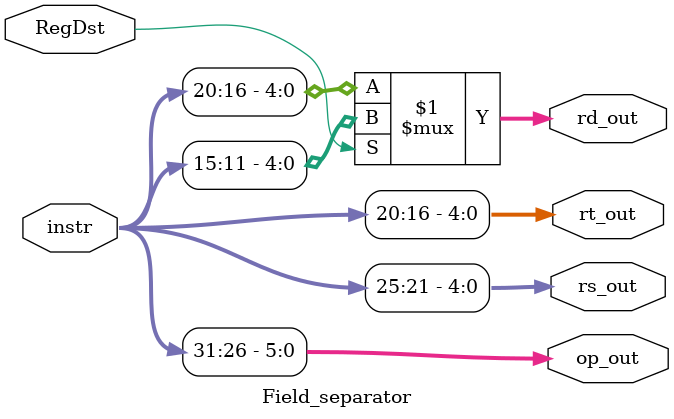
<source format=v>
module Field_separator (instr, op_out, rs_out, rt_out, RegDst, rd_out);
    input wire [31:0] instr;
    input RegDst; // (selector) <= vem da Control
    output wire [5:0] op_out;
    output wire [4:0] rs_out, rt_out;
    output wire [4:0] rd_out;

    assign op_out = instr[31:26];
    assign rs_out = instr[25:21];
    assign rt_out = instr[20:16];
    assign rd_out = RegDst ? instr[15:11] : instr[20:16];

endmodule
</source>
